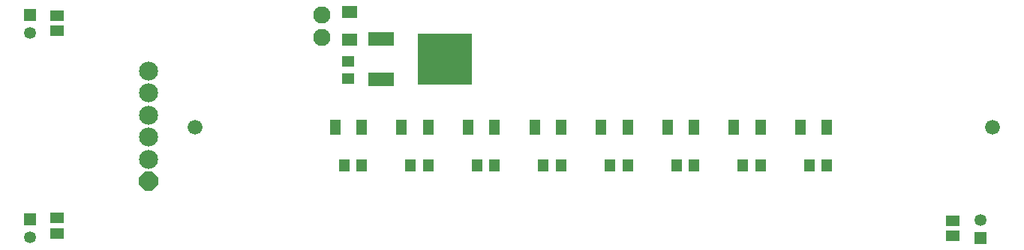
<source format=gts>
G04*
G04 #@! TF.GenerationSoftware,Altium Limited,Altium Designer,22.9.1 (49)*
G04*
G04 Layer_Color=8388736*
%FSLAX44Y44*%
%MOMM*%
G71*
G04*
G04 #@! TF.SameCoordinates,82FFAF5D-3DE1-49B7-988C-51480E2A03B1*
G04*
G04*
G04 #@! TF.FilePolarity,Negative*
G04*
G01*
G75*
%ADD20R,6.2000X5.8000*%
%ADD21R,3.0000X1.6000*%
%ADD23R,1.5000X1.3000*%
%ADD24R,1.7500X1.3500*%
%ADD25R,1.1500X1.7500*%
%ADD26R,1.4000X1.1500*%
%ADD27R,1.1500X1.4000*%
%ADD28C,1.9500*%
%ADD29C,2.1500*%
%ADD30P,2.3272X8X112.5*%
%ADD31R,1.3500X1.3500*%
%ADD32C,1.3500*%
%ADD33C,1.6740*%
D20*
X531800Y227150D02*
D03*
D21*
X460000Y204300D02*
D03*
Y250000D02*
D03*
D23*
X94000Y47750D02*
D03*
Y30250D02*
D03*
X94000Y276750D02*
D03*
Y259250D02*
D03*
X1105000Y27250D02*
D03*
Y44750D02*
D03*
D24*
X424000Y281000D02*
D03*
Y249000D02*
D03*
D25*
X438000Y150000D02*
D03*
X408000D02*
D03*
X933000D02*
D03*
X963000D02*
D03*
X858000D02*
D03*
X888000D02*
D03*
X783000D02*
D03*
X813000D02*
D03*
X708000D02*
D03*
X738000D02*
D03*
X633000D02*
D03*
X663000D02*
D03*
X558000D02*
D03*
X588000D02*
D03*
X483000D02*
D03*
X513000D02*
D03*
D26*
X422250Y225000D02*
D03*
Y205000D02*
D03*
D27*
X738000Y107000D02*
D03*
X718000D02*
D03*
X813000D02*
D03*
X793000D02*
D03*
X888000D02*
D03*
X868000D02*
D03*
X438000D02*
D03*
X418000D02*
D03*
X963000D02*
D03*
X943000D02*
D03*
X663000D02*
D03*
X643000D02*
D03*
X588000D02*
D03*
X568000D02*
D03*
X513000D02*
D03*
X493000D02*
D03*
D28*
X392600Y252300D02*
D03*
Y277700D02*
D03*
D29*
X197000Y214000D02*
D03*
Y189000D02*
D03*
Y164000D02*
D03*
Y114000D02*
D03*
Y139000D02*
D03*
D30*
Y89000D02*
D03*
D31*
X1136000Y25000D02*
D03*
X64000Y46000D02*
D03*
X64000Y277000D02*
D03*
D32*
X1136000Y45000D02*
D03*
X64000Y26000D02*
D03*
X64000Y257000D02*
D03*
D33*
X1150000Y150000D02*
D03*
X250000D02*
D03*
M02*

</source>
